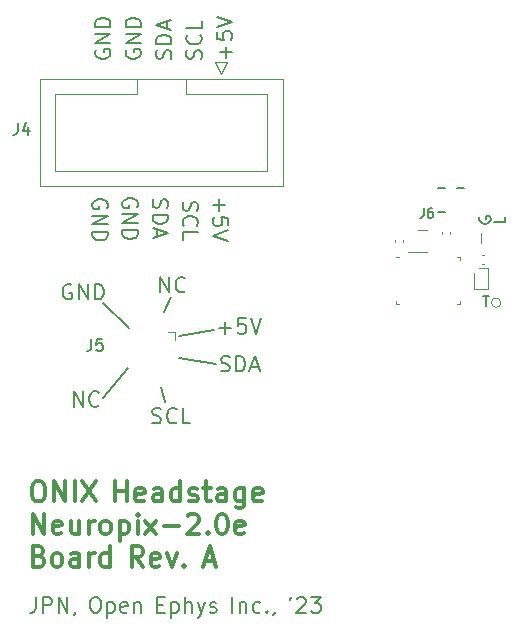
<source format=gbr>
%TF.GenerationSoftware,KiCad,Pcbnew,(7.0.0)*%
%TF.CreationDate,2023-03-15T10:57:15-04:00*%
%TF.ProjectId,headstage-neuropix2e,68656164-7374-4616-9765-2d6e6575726f,A*%
%TF.SameCoordinates,Original*%
%TF.FileFunction,Legend,Top*%
%TF.FilePolarity,Positive*%
%FSLAX46Y46*%
G04 Gerber Fmt 4.6, Leading zero omitted, Abs format (unit mm)*
G04 Created by KiCad (PCBNEW (7.0.0)) date 2023-03-15 10:57:15*
%MOMM*%
%LPD*%
G01*
G04 APERTURE LIST*
%ADD10C,0.150000*%
%ADD11C,0.200000*%
%ADD12C,0.300000*%
%ADD13C,0.120000*%
%ADD14C,0.127000*%
G04 APERTURE END LIST*
D10*
X122500000Y-94440000D02*
X119500000Y-94947500D01*
X113100000Y-100240000D02*
X115200000Y-97640000D01*
X113100000Y-92140000D02*
X115300000Y-94240000D01*
X118000000Y-99240000D02*
X118300000Y-100540000D01*
X118800000Y-91640000D02*
X118200000Y-92940000D01*
X122600000Y-97340000D02*
X119500000Y-96800000D01*
D11*
X119874809Y-83595119D02*
X119812904Y-83780833D01*
X119812904Y-83780833D02*
X119812904Y-84090357D01*
X119812904Y-84090357D02*
X119874809Y-84214166D01*
X119874809Y-84214166D02*
X119936714Y-84276071D01*
X119936714Y-84276071D02*
X120060523Y-84337976D01*
X120060523Y-84337976D02*
X120184333Y-84337976D01*
X120184333Y-84337976D02*
X120308142Y-84276071D01*
X120308142Y-84276071D02*
X120370047Y-84214166D01*
X120370047Y-84214166D02*
X120431952Y-84090357D01*
X120431952Y-84090357D02*
X120493857Y-83842738D01*
X120493857Y-83842738D02*
X120555761Y-83718928D01*
X120555761Y-83718928D02*
X120617666Y-83657023D01*
X120617666Y-83657023D02*
X120741476Y-83595119D01*
X120741476Y-83595119D02*
X120865285Y-83595119D01*
X120865285Y-83595119D02*
X120989095Y-83657023D01*
X120989095Y-83657023D02*
X121051000Y-83718928D01*
X121051000Y-83718928D02*
X121112904Y-83842738D01*
X121112904Y-83842738D02*
X121112904Y-84152261D01*
X121112904Y-84152261D02*
X121051000Y-84337976D01*
X119936714Y-85637975D02*
X119874809Y-85576071D01*
X119874809Y-85576071D02*
X119812904Y-85390356D01*
X119812904Y-85390356D02*
X119812904Y-85266547D01*
X119812904Y-85266547D02*
X119874809Y-85080833D01*
X119874809Y-85080833D02*
X119998619Y-84957023D01*
X119998619Y-84957023D02*
X120122428Y-84895118D01*
X120122428Y-84895118D02*
X120370047Y-84833214D01*
X120370047Y-84833214D02*
X120555761Y-84833214D01*
X120555761Y-84833214D02*
X120803380Y-84895118D01*
X120803380Y-84895118D02*
X120927190Y-84957023D01*
X120927190Y-84957023D02*
X121051000Y-85080833D01*
X121051000Y-85080833D02*
X121112904Y-85266547D01*
X121112904Y-85266547D02*
X121112904Y-85390356D01*
X121112904Y-85390356D02*
X121051000Y-85576071D01*
X121051000Y-85576071D02*
X120989095Y-85637975D01*
X119812904Y-86814166D02*
X119812904Y-86195118D01*
X119812904Y-86195118D02*
X121112904Y-86195118D01*
X107380952Y-117077595D02*
X107380952Y-118006166D01*
X107380952Y-118006166D02*
X107319047Y-118191880D01*
X107319047Y-118191880D02*
X107195238Y-118315690D01*
X107195238Y-118315690D02*
X107009523Y-118377595D01*
X107009523Y-118377595D02*
X106885714Y-118377595D01*
X107999999Y-118377595D02*
X107999999Y-117077595D01*
X107999999Y-117077595D02*
X108495237Y-117077595D01*
X108495237Y-117077595D02*
X108619047Y-117139500D01*
X108619047Y-117139500D02*
X108680952Y-117201404D01*
X108680952Y-117201404D02*
X108742856Y-117325214D01*
X108742856Y-117325214D02*
X108742856Y-117510928D01*
X108742856Y-117510928D02*
X108680952Y-117634738D01*
X108680952Y-117634738D02*
X108619047Y-117696642D01*
X108619047Y-117696642D02*
X108495237Y-117758547D01*
X108495237Y-117758547D02*
X107999999Y-117758547D01*
X109299999Y-118377595D02*
X109299999Y-117077595D01*
X109299999Y-117077595D02*
X110042856Y-118377595D01*
X110042856Y-118377595D02*
X110042856Y-117077595D01*
X110723809Y-118315690D02*
X110723809Y-118377595D01*
X110723809Y-118377595D02*
X110661904Y-118501404D01*
X110661904Y-118501404D02*
X110600000Y-118563309D01*
X112308571Y-117077595D02*
X112556190Y-117077595D01*
X112556190Y-117077595D02*
X112680000Y-117139500D01*
X112680000Y-117139500D02*
X112803809Y-117263309D01*
X112803809Y-117263309D02*
X112865714Y-117510928D01*
X112865714Y-117510928D02*
X112865714Y-117944261D01*
X112865714Y-117944261D02*
X112803809Y-118191880D01*
X112803809Y-118191880D02*
X112680000Y-118315690D01*
X112680000Y-118315690D02*
X112556190Y-118377595D01*
X112556190Y-118377595D02*
X112308571Y-118377595D01*
X112308571Y-118377595D02*
X112184762Y-118315690D01*
X112184762Y-118315690D02*
X112060952Y-118191880D01*
X112060952Y-118191880D02*
X111999048Y-117944261D01*
X111999048Y-117944261D02*
X111999048Y-117510928D01*
X111999048Y-117510928D02*
X112060952Y-117263309D01*
X112060952Y-117263309D02*
X112184762Y-117139500D01*
X112184762Y-117139500D02*
X112308571Y-117077595D01*
X113422857Y-117510928D02*
X113422857Y-118810928D01*
X113422857Y-117572833D02*
X113546667Y-117510928D01*
X113546667Y-117510928D02*
X113794286Y-117510928D01*
X113794286Y-117510928D02*
X113918095Y-117572833D01*
X113918095Y-117572833D02*
X113980000Y-117634738D01*
X113980000Y-117634738D02*
X114041905Y-117758547D01*
X114041905Y-117758547D02*
X114041905Y-118129976D01*
X114041905Y-118129976D02*
X113980000Y-118253785D01*
X113980000Y-118253785D02*
X113918095Y-118315690D01*
X113918095Y-118315690D02*
X113794286Y-118377595D01*
X113794286Y-118377595D02*
X113546667Y-118377595D01*
X113546667Y-118377595D02*
X113422857Y-118315690D01*
X115094285Y-118315690D02*
X114970476Y-118377595D01*
X114970476Y-118377595D02*
X114722857Y-118377595D01*
X114722857Y-118377595D02*
X114599047Y-118315690D01*
X114599047Y-118315690D02*
X114537143Y-118191880D01*
X114537143Y-118191880D02*
X114537143Y-117696642D01*
X114537143Y-117696642D02*
X114599047Y-117572833D01*
X114599047Y-117572833D02*
X114722857Y-117510928D01*
X114722857Y-117510928D02*
X114970476Y-117510928D01*
X114970476Y-117510928D02*
X115094285Y-117572833D01*
X115094285Y-117572833D02*
X115156190Y-117696642D01*
X115156190Y-117696642D02*
X115156190Y-117820452D01*
X115156190Y-117820452D02*
X114537143Y-117944261D01*
X115713333Y-117510928D02*
X115713333Y-118377595D01*
X115713333Y-117634738D02*
X115775238Y-117572833D01*
X115775238Y-117572833D02*
X115899048Y-117510928D01*
X115899048Y-117510928D02*
X116084762Y-117510928D01*
X116084762Y-117510928D02*
X116208571Y-117572833D01*
X116208571Y-117572833D02*
X116270476Y-117696642D01*
X116270476Y-117696642D02*
X116270476Y-118377595D01*
X117669523Y-117696642D02*
X118102857Y-117696642D01*
X118288571Y-118377595D02*
X117669523Y-118377595D01*
X117669523Y-118377595D02*
X117669523Y-117077595D01*
X117669523Y-117077595D02*
X118288571Y-117077595D01*
X118845713Y-117510928D02*
X118845713Y-118810928D01*
X118845713Y-117572833D02*
X118969523Y-117510928D01*
X118969523Y-117510928D02*
X119217142Y-117510928D01*
X119217142Y-117510928D02*
X119340951Y-117572833D01*
X119340951Y-117572833D02*
X119402856Y-117634738D01*
X119402856Y-117634738D02*
X119464761Y-117758547D01*
X119464761Y-117758547D02*
X119464761Y-118129976D01*
X119464761Y-118129976D02*
X119402856Y-118253785D01*
X119402856Y-118253785D02*
X119340951Y-118315690D01*
X119340951Y-118315690D02*
X119217142Y-118377595D01*
X119217142Y-118377595D02*
X118969523Y-118377595D01*
X118969523Y-118377595D02*
X118845713Y-118315690D01*
X120021903Y-118377595D02*
X120021903Y-117077595D01*
X120579046Y-118377595D02*
X120579046Y-117696642D01*
X120579046Y-117696642D02*
X120517141Y-117572833D01*
X120517141Y-117572833D02*
X120393332Y-117510928D01*
X120393332Y-117510928D02*
X120207618Y-117510928D01*
X120207618Y-117510928D02*
X120083808Y-117572833D01*
X120083808Y-117572833D02*
X120021903Y-117634738D01*
X121074284Y-117510928D02*
X121383808Y-118377595D01*
X121693331Y-117510928D02*
X121383808Y-118377595D01*
X121383808Y-118377595D02*
X121259998Y-118687119D01*
X121259998Y-118687119D02*
X121198093Y-118749023D01*
X121198093Y-118749023D02*
X121074284Y-118810928D01*
X122126665Y-118315690D02*
X122250474Y-118377595D01*
X122250474Y-118377595D02*
X122498093Y-118377595D01*
X122498093Y-118377595D02*
X122621903Y-118315690D01*
X122621903Y-118315690D02*
X122683807Y-118191880D01*
X122683807Y-118191880D02*
X122683807Y-118129976D01*
X122683807Y-118129976D02*
X122621903Y-118006166D01*
X122621903Y-118006166D02*
X122498093Y-117944261D01*
X122498093Y-117944261D02*
X122312379Y-117944261D01*
X122312379Y-117944261D02*
X122188569Y-117882357D01*
X122188569Y-117882357D02*
X122126665Y-117758547D01*
X122126665Y-117758547D02*
X122126665Y-117696642D01*
X122126665Y-117696642D02*
X122188569Y-117572833D01*
X122188569Y-117572833D02*
X122312379Y-117510928D01*
X122312379Y-117510928D02*
X122498093Y-117510928D01*
X122498093Y-117510928D02*
X122621903Y-117572833D01*
X124020950Y-118377595D02*
X124020950Y-117077595D01*
X124639998Y-117510928D02*
X124639998Y-118377595D01*
X124639998Y-117634738D02*
X124701903Y-117572833D01*
X124701903Y-117572833D02*
X124825713Y-117510928D01*
X124825713Y-117510928D02*
X125011427Y-117510928D01*
X125011427Y-117510928D02*
X125135236Y-117572833D01*
X125135236Y-117572833D02*
X125197141Y-117696642D01*
X125197141Y-117696642D02*
X125197141Y-118377595D01*
X126373331Y-118315690D02*
X126249522Y-118377595D01*
X126249522Y-118377595D02*
X126001903Y-118377595D01*
X126001903Y-118377595D02*
X125878093Y-118315690D01*
X125878093Y-118315690D02*
X125816188Y-118253785D01*
X125816188Y-118253785D02*
X125754284Y-118129976D01*
X125754284Y-118129976D02*
X125754284Y-117758547D01*
X125754284Y-117758547D02*
X125816188Y-117634738D01*
X125816188Y-117634738D02*
X125878093Y-117572833D01*
X125878093Y-117572833D02*
X126001903Y-117510928D01*
X126001903Y-117510928D02*
X126249522Y-117510928D01*
X126249522Y-117510928D02*
X126373331Y-117572833D01*
X126930474Y-118253785D02*
X126992379Y-118315690D01*
X126992379Y-118315690D02*
X126930474Y-118377595D01*
X126930474Y-118377595D02*
X126868570Y-118315690D01*
X126868570Y-118315690D02*
X126930474Y-118253785D01*
X126930474Y-118253785D02*
X126930474Y-118377595D01*
X127611427Y-118315690D02*
X127611427Y-118377595D01*
X127611427Y-118377595D02*
X127549522Y-118501404D01*
X127549522Y-118501404D02*
X127487618Y-118563309D01*
X129010475Y-117077595D02*
X128886666Y-117325214D01*
X129505714Y-117201404D02*
X129567618Y-117139500D01*
X129567618Y-117139500D02*
X129691428Y-117077595D01*
X129691428Y-117077595D02*
X130000952Y-117077595D01*
X130000952Y-117077595D02*
X130124761Y-117139500D01*
X130124761Y-117139500D02*
X130186666Y-117201404D01*
X130186666Y-117201404D02*
X130248571Y-117325214D01*
X130248571Y-117325214D02*
X130248571Y-117449023D01*
X130248571Y-117449023D02*
X130186666Y-117634738D01*
X130186666Y-117634738D02*
X129443809Y-118377595D01*
X129443809Y-118377595D02*
X130248571Y-118377595D01*
X130681904Y-117077595D02*
X131486666Y-117077595D01*
X131486666Y-117077595D02*
X131053332Y-117572833D01*
X131053332Y-117572833D02*
X131239047Y-117572833D01*
X131239047Y-117572833D02*
X131362856Y-117634738D01*
X131362856Y-117634738D02*
X131424761Y-117696642D01*
X131424761Y-117696642D02*
X131486666Y-117820452D01*
X131486666Y-117820452D02*
X131486666Y-118129976D01*
X131486666Y-118129976D02*
X131424761Y-118253785D01*
X131424761Y-118253785D02*
X131362856Y-118315690D01*
X131362856Y-118315690D02*
X131239047Y-118377595D01*
X131239047Y-118377595D02*
X130867618Y-118377595D01*
X130867618Y-118377595D02*
X130743809Y-118315690D01*
X130743809Y-118315690D02*
X130681904Y-118253785D01*
X112459000Y-70757023D02*
X112397095Y-70880833D01*
X112397095Y-70880833D02*
X112397095Y-71066547D01*
X112397095Y-71066547D02*
X112459000Y-71252261D01*
X112459000Y-71252261D02*
X112582809Y-71376071D01*
X112582809Y-71376071D02*
X112706619Y-71437976D01*
X112706619Y-71437976D02*
X112954238Y-71499880D01*
X112954238Y-71499880D02*
X113139952Y-71499880D01*
X113139952Y-71499880D02*
X113387571Y-71437976D01*
X113387571Y-71437976D02*
X113511380Y-71376071D01*
X113511380Y-71376071D02*
X113635190Y-71252261D01*
X113635190Y-71252261D02*
X113697095Y-71066547D01*
X113697095Y-71066547D02*
X113697095Y-70942738D01*
X113697095Y-70942738D02*
X113635190Y-70757023D01*
X113635190Y-70757023D02*
X113573285Y-70695119D01*
X113573285Y-70695119D02*
X113139952Y-70695119D01*
X113139952Y-70695119D02*
X113139952Y-70942738D01*
X113697095Y-70137976D02*
X112397095Y-70137976D01*
X112397095Y-70137976D02*
X113697095Y-69395119D01*
X113697095Y-69395119D02*
X112397095Y-69395119D01*
X113697095Y-68776071D02*
X112397095Y-68776071D01*
X112397095Y-68776071D02*
X112397095Y-68466547D01*
X112397095Y-68466547D02*
X112459000Y-68280833D01*
X112459000Y-68280833D02*
X112582809Y-68157023D01*
X112582809Y-68157023D02*
X112706619Y-68095118D01*
X112706619Y-68095118D02*
X112954238Y-68033214D01*
X112954238Y-68033214D02*
X113139952Y-68033214D01*
X113139952Y-68033214D02*
X113387571Y-68095118D01*
X113387571Y-68095118D02*
X113511380Y-68157023D01*
X113511380Y-68157023D02*
X113635190Y-68280833D01*
X113635190Y-68280833D02*
X113697095Y-68466547D01*
X113697095Y-68466547D02*
X113697095Y-68776071D01*
D10*
X145276190Y-91605904D02*
X145733333Y-91605904D01*
X145504761Y-92405904D02*
X145504761Y-91605904D01*
D11*
X113401000Y-84137976D02*
X113462904Y-84014166D01*
X113462904Y-84014166D02*
X113462904Y-83828452D01*
X113462904Y-83828452D02*
X113401000Y-83642738D01*
X113401000Y-83642738D02*
X113277190Y-83518928D01*
X113277190Y-83518928D02*
X113153380Y-83457023D01*
X113153380Y-83457023D02*
X112905761Y-83395119D01*
X112905761Y-83395119D02*
X112720047Y-83395119D01*
X112720047Y-83395119D02*
X112472428Y-83457023D01*
X112472428Y-83457023D02*
X112348619Y-83518928D01*
X112348619Y-83518928D02*
X112224809Y-83642738D01*
X112224809Y-83642738D02*
X112162904Y-83828452D01*
X112162904Y-83828452D02*
X112162904Y-83952261D01*
X112162904Y-83952261D02*
X112224809Y-84137976D01*
X112224809Y-84137976D02*
X112286714Y-84199880D01*
X112286714Y-84199880D02*
X112720047Y-84199880D01*
X112720047Y-84199880D02*
X112720047Y-83952261D01*
X112162904Y-84757023D02*
X113462904Y-84757023D01*
X113462904Y-84757023D02*
X112162904Y-85499880D01*
X112162904Y-85499880D02*
X113462904Y-85499880D01*
X112162904Y-86118928D02*
X113462904Y-86118928D01*
X113462904Y-86118928D02*
X113462904Y-86428452D01*
X113462904Y-86428452D02*
X113401000Y-86614166D01*
X113401000Y-86614166D02*
X113277190Y-86737976D01*
X113277190Y-86737976D02*
X113153380Y-86799881D01*
X113153380Y-86799881D02*
X112905761Y-86861785D01*
X112905761Y-86861785D02*
X112720047Y-86861785D01*
X112720047Y-86861785D02*
X112472428Y-86799881D01*
X112472428Y-86799881D02*
X112348619Y-86737976D01*
X112348619Y-86737976D02*
X112224809Y-86614166D01*
X112224809Y-86614166D02*
X112162904Y-86428452D01*
X112162904Y-86428452D02*
X112162904Y-86118928D01*
X115034000Y-70757023D02*
X114972095Y-70880833D01*
X114972095Y-70880833D02*
X114972095Y-71066547D01*
X114972095Y-71066547D02*
X115034000Y-71252261D01*
X115034000Y-71252261D02*
X115157809Y-71376071D01*
X115157809Y-71376071D02*
X115281619Y-71437976D01*
X115281619Y-71437976D02*
X115529238Y-71499880D01*
X115529238Y-71499880D02*
X115714952Y-71499880D01*
X115714952Y-71499880D02*
X115962571Y-71437976D01*
X115962571Y-71437976D02*
X116086380Y-71376071D01*
X116086380Y-71376071D02*
X116210190Y-71252261D01*
X116210190Y-71252261D02*
X116272095Y-71066547D01*
X116272095Y-71066547D02*
X116272095Y-70942738D01*
X116272095Y-70942738D02*
X116210190Y-70757023D01*
X116210190Y-70757023D02*
X116148285Y-70695119D01*
X116148285Y-70695119D02*
X115714952Y-70695119D01*
X115714952Y-70695119D02*
X115714952Y-70942738D01*
X116272095Y-70137976D02*
X114972095Y-70137976D01*
X114972095Y-70137976D02*
X116272095Y-69395119D01*
X116272095Y-69395119D02*
X114972095Y-69395119D01*
X116272095Y-68776071D02*
X114972095Y-68776071D01*
X114972095Y-68776071D02*
X114972095Y-68466547D01*
X114972095Y-68466547D02*
X115034000Y-68280833D01*
X115034000Y-68280833D02*
X115157809Y-68157023D01*
X115157809Y-68157023D02*
X115281619Y-68095118D01*
X115281619Y-68095118D02*
X115529238Y-68033214D01*
X115529238Y-68033214D02*
X115714952Y-68033214D01*
X115714952Y-68033214D02*
X115962571Y-68095118D01*
X115962571Y-68095118D02*
X116086380Y-68157023D01*
X116086380Y-68157023D02*
X116210190Y-68280833D01*
X116210190Y-68280833D02*
X116272095Y-68466547D01*
X116272095Y-68466547D02*
X116272095Y-68776071D01*
X122909523Y-94261857D02*
X123900000Y-94261857D01*
X123404761Y-94757095D02*
X123404761Y-93766619D01*
X125138095Y-93457095D02*
X124519047Y-93457095D01*
X124519047Y-93457095D02*
X124457143Y-94076142D01*
X124457143Y-94076142D02*
X124519047Y-94014238D01*
X124519047Y-94014238D02*
X124642857Y-93952333D01*
X124642857Y-93952333D02*
X124952381Y-93952333D01*
X124952381Y-93952333D02*
X125076190Y-94014238D01*
X125076190Y-94014238D02*
X125138095Y-94076142D01*
X125138095Y-94076142D02*
X125200000Y-94199952D01*
X125200000Y-94199952D02*
X125200000Y-94509476D01*
X125200000Y-94509476D02*
X125138095Y-94633285D01*
X125138095Y-94633285D02*
X125076190Y-94695190D01*
X125076190Y-94695190D02*
X124952381Y-94757095D01*
X124952381Y-94757095D02*
X124642857Y-94757095D01*
X124642857Y-94757095D02*
X124519047Y-94695190D01*
X124519047Y-94695190D02*
X124457143Y-94633285D01*
X125571428Y-93457095D02*
X126004761Y-94757095D01*
X126004761Y-94757095D02*
X126438095Y-93457095D01*
X110609523Y-100957095D02*
X110609523Y-99657095D01*
X110609523Y-99657095D02*
X111352380Y-100957095D01*
X111352380Y-100957095D02*
X111352380Y-99657095D01*
X112714285Y-100833285D02*
X112652381Y-100895190D01*
X112652381Y-100895190D02*
X112466666Y-100957095D01*
X112466666Y-100957095D02*
X112342857Y-100957095D01*
X112342857Y-100957095D02*
X112157143Y-100895190D01*
X112157143Y-100895190D02*
X112033333Y-100771380D01*
X112033333Y-100771380D02*
X111971428Y-100647571D01*
X111971428Y-100647571D02*
X111909524Y-100399952D01*
X111909524Y-100399952D02*
X111909524Y-100214238D01*
X111909524Y-100214238D02*
X111971428Y-99966619D01*
X111971428Y-99966619D02*
X112033333Y-99842809D01*
X112033333Y-99842809D02*
X112157143Y-99719000D01*
X112157143Y-99719000D02*
X112342857Y-99657095D01*
X112342857Y-99657095D02*
X112466666Y-99657095D01*
X112466666Y-99657095D02*
X112652381Y-99719000D01*
X112652381Y-99719000D02*
X112714285Y-99780904D01*
X144955000Y-84868095D02*
X144907380Y-84963333D01*
X144907380Y-84963333D02*
X144907380Y-85106190D01*
X144907380Y-85106190D02*
X144955000Y-85249047D01*
X144955000Y-85249047D02*
X145050238Y-85344285D01*
X145050238Y-85344285D02*
X145145476Y-85391904D01*
X145145476Y-85391904D02*
X145335952Y-85439523D01*
X145335952Y-85439523D02*
X145478809Y-85439523D01*
X145478809Y-85439523D02*
X145669285Y-85391904D01*
X145669285Y-85391904D02*
X145764523Y-85344285D01*
X145764523Y-85344285D02*
X145859761Y-85249047D01*
X145859761Y-85249047D02*
X145907380Y-85106190D01*
X145907380Y-85106190D02*
X145907380Y-85010952D01*
X145907380Y-85010952D02*
X145859761Y-84868095D01*
X145859761Y-84868095D02*
X145812142Y-84820476D01*
X145812142Y-84820476D02*
X145478809Y-84820476D01*
X145478809Y-84820476D02*
X145478809Y-85010952D01*
D12*
X107428571Y-107270548D02*
X107752380Y-107270548D01*
X107752380Y-107270548D02*
X107914285Y-107351501D01*
X107914285Y-107351501D02*
X108076190Y-107513405D01*
X108076190Y-107513405D02*
X108157142Y-107837215D01*
X108157142Y-107837215D02*
X108157142Y-108403881D01*
X108157142Y-108403881D02*
X108076190Y-108727691D01*
X108076190Y-108727691D02*
X107914285Y-108889596D01*
X107914285Y-108889596D02*
X107752380Y-108970548D01*
X107752380Y-108970548D02*
X107428571Y-108970548D01*
X107428571Y-108970548D02*
X107266666Y-108889596D01*
X107266666Y-108889596D02*
X107104761Y-108727691D01*
X107104761Y-108727691D02*
X107023809Y-108403881D01*
X107023809Y-108403881D02*
X107023809Y-107837215D01*
X107023809Y-107837215D02*
X107104761Y-107513405D01*
X107104761Y-107513405D02*
X107266666Y-107351501D01*
X107266666Y-107351501D02*
X107428571Y-107270548D01*
X108885713Y-108970548D02*
X108885713Y-107270548D01*
X108885713Y-107270548D02*
X109857142Y-108970548D01*
X109857142Y-108970548D02*
X109857142Y-107270548D01*
X110666665Y-108970548D02*
X110666665Y-107270548D01*
X111314285Y-107270548D02*
X112447618Y-108970548D01*
X112447618Y-107270548D02*
X111314285Y-108970548D01*
X114115237Y-108970548D02*
X114115237Y-107270548D01*
X114115237Y-108080072D02*
X115086666Y-108080072D01*
X115086666Y-108970548D02*
X115086666Y-107270548D01*
X116543808Y-108889596D02*
X116381904Y-108970548D01*
X116381904Y-108970548D02*
X116058094Y-108970548D01*
X116058094Y-108970548D02*
X115896189Y-108889596D01*
X115896189Y-108889596D02*
X115815237Y-108727691D01*
X115815237Y-108727691D02*
X115815237Y-108080072D01*
X115815237Y-108080072D02*
X115896189Y-107918167D01*
X115896189Y-107918167D02*
X116058094Y-107837215D01*
X116058094Y-107837215D02*
X116381904Y-107837215D01*
X116381904Y-107837215D02*
X116543808Y-107918167D01*
X116543808Y-107918167D02*
X116624761Y-108080072D01*
X116624761Y-108080072D02*
X116624761Y-108241977D01*
X116624761Y-108241977D02*
X115815237Y-108403881D01*
X118081904Y-108970548D02*
X118081904Y-108080072D01*
X118081904Y-108080072D02*
X118000951Y-107918167D01*
X118000951Y-107918167D02*
X117839047Y-107837215D01*
X117839047Y-107837215D02*
X117515237Y-107837215D01*
X117515237Y-107837215D02*
X117353332Y-107918167D01*
X118081904Y-108889596D02*
X117919999Y-108970548D01*
X117919999Y-108970548D02*
X117515237Y-108970548D01*
X117515237Y-108970548D02*
X117353332Y-108889596D01*
X117353332Y-108889596D02*
X117272380Y-108727691D01*
X117272380Y-108727691D02*
X117272380Y-108565786D01*
X117272380Y-108565786D02*
X117353332Y-108403881D01*
X117353332Y-108403881D02*
X117515237Y-108322929D01*
X117515237Y-108322929D02*
X117919999Y-108322929D01*
X117919999Y-108322929D02*
X118081904Y-108241977D01*
X119619999Y-108970548D02*
X119619999Y-107270548D01*
X119619999Y-108889596D02*
X119458094Y-108970548D01*
X119458094Y-108970548D02*
X119134285Y-108970548D01*
X119134285Y-108970548D02*
X118972380Y-108889596D01*
X118972380Y-108889596D02*
X118891427Y-108808643D01*
X118891427Y-108808643D02*
X118810475Y-108646739D01*
X118810475Y-108646739D02*
X118810475Y-108161024D01*
X118810475Y-108161024D02*
X118891427Y-107999120D01*
X118891427Y-107999120D02*
X118972380Y-107918167D01*
X118972380Y-107918167D02*
X119134285Y-107837215D01*
X119134285Y-107837215D02*
X119458094Y-107837215D01*
X119458094Y-107837215D02*
X119619999Y-107918167D01*
X120348570Y-108889596D02*
X120510475Y-108970548D01*
X120510475Y-108970548D02*
X120834284Y-108970548D01*
X120834284Y-108970548D02*
X120996189Y-108889596D01*
X120996189Y-108889596D02*
X121077141Y-108727691D01*
X121077141Y-108727691D02*
X121077141Y-108646739D01*
X121077141Y-108646739D02*
X120996189Y-108484834D01*
X120996189Y-108484834D02*
X120834284Y-108403881D01*
X120834284Y-108403881D02*
X120591427Y-108403881D01*
X120591427Y-108403881D02*
X120429522Y-108322929D01*
X120429522Y-108322929D02*
X120348570Y-108161024D01*
X120348570Y-108161024D02*
X120348570Y-108080072D01*
X120348570Y-108080072D02*
X120429522Y-107918167D01*
X120429522Y-107918167D02*
X120591427Y-107837215D01*
X120591427Y-107837215D02*
X120834284Y-107837215D01*
X120834284Y-107837215D02*
X120996189Y-107918167D01*
X121562855Y-107837215D02*
X122210474Y-107837215D01*
X121805712Y-107270548D02*
X121805712Y-108727691D01*
X121805712Y-108727691D02*
X121886665Y-108889596D01*
X121886665Y-108889596D02*
X122048570Y-108970548D01*
X122048570Y-108970548D02*
X122210474Y-108970548D01*
X123505713Y-108970548D02*
X123505713Y-108080072D01*
X123505713Y-108080072D02*
X123424760Y-107918167D01*
X123424760Y-107918167D02*
X123262856Y-107837215D01*
X123262856Y-107837215D02*
X122939046Y-107837215D01*
X122939046Y-107837215D02*
X122777141Y-107918167D01*
X123505713Y-108889596D02*
X123343808Y-108970548D01*
X123343808Y-108970548D02*
X122939046Y-108970548D01*
X122939046Y-108970548D02*
X122777141Y-108889596D01*
X122777141Y-108889596D02*
X122696189Y-108727691D01*
X122696189Y-108727691D02*
X122696189Y-108565786D01*
X122696189Y-108565786D02*
X122777141Y-108403881D01*
X122777141Y-108403881D02*
X122939046Y-108322929D01*
X122939046Y-108322929D02*
X123343808Y-108322929D01*
X123343808Y-108322929D02*
X123505713Y-108241977D01*
X125043808Y-107837215D02*
X125043808Y-109213405D01*
X125043808Y-109213405D02*
X124962855Y-109375310D01*
X124962855Y-109375310D02*
X124881903Y-109456262D01*
X124881903Y-109456262D02*
X124719998Y-109537215D01*
X124719998Y-109537215D02*
X124477141Y-109537215D01*
X124477141Y-109537215D02*
X124315236Y-109456262D01*
X125043808Y-108889596D02*
X124881903Y-108970548D01*
X124881903Y-108970548D02*
X124558094Y-108970548D01*
X124558094Y-108970548D02*
X124396189Y-108889596D01*
X124396189Y-108889596D02*
X124315236Y-108808643D01*
X124315236Y-108808643D02*
X124234284Y-108646739D01*
X124234284Y-108646739D02*
X124234284Y-108161024D01*
X124234284Y-108161024D02*
X124315236Y-107999120D01*
X124315236Y-107999120D02*
X124396189Y-107918167D01*
X124396189Y-107918167D02*
X124558094Y-107837215D01*
X124558094Y-107837215D02*
X124881903Y-107837215D01*
X124881903Y-107837215D02*
X125043808Y-107918167D01*
X126500950Y-108889596D02*
X126339046Y-108970548D01*
X126339046Y-108970548D02*
X126015236Y-108970548D01*
X126015236Y-108970548D02*
X125853331Y-108889596D01*
X125853331Y-108889596D02*
X125772379Y-108727691D01*
X125772379Y-108727691D02*
X125772379Y-108080072D01*
X125772379Y-108080072D02*
X125853331Y-107918167D01*
X125853331Y-107918167D02*
X126015236Y-107837215D01*
X126015236Y-107837215D02*
X126339046Y-107837215D01*
X126339046Y-107837215D02*
X126500950Y-107918167D01*
X126500950Y-107918167D02*
X126581903Y-108080072D01*
X126581903Y-108080072D02*
X126581903Y-108241977D01*
X126581903Y-108241977D02*
X125772379Y-108403881D01*
X107104761Y-111724548D02*
X107104761Y-110024548D01*
X107104761Y-110024548D02*
X108076190Y-111724548D01*
X108076190Y-111724548D02*
X108076190Y-110024548D01*
X109533332Y-111643596D02*
X109371428Y-111724548D01*
X109371428Y-111724548D02*
X109047618Y-111724548D01*
X109047618Y-111724548D02*
X108885713Y-111643596D01*
X108885713Y-111643596D02*
X108804761Y-111481691D01*
X108804761Y-111481691D02*
X108804761Y-110834072D01*
X108804761Y-110834072D02*
X108885713Y-110672167D01*
X108885713Y-110672167D02*
X109047618Y-110591215D01*
X109047618Y-110591215D02*
X109371428Y-110591215D01*
X109371428Y-110591215D02*
X109533332Y-110672167D01*
X109533332Y-110672167D02*
X109614285Y-110834072D01*
X109614285Y-110834072D02*
X109614285Y-110995977D01*
X109614285Y-110995977D02*
X108804761Y-111157881D01*
X111071428Y-110591215D02*
X111071428Y-111724548D01*
X110342856Y-110591215D02*
X110342856Y-111481691D01*
X110342856Y-111481691D02*
X110423809Y-111643596D01*
X110423809Y-111643596D02*
X110585714Y-111724548D01*
X110585714Y-111724548D02*
X110828571Y-111724548D01*
X110828571Y-111724548D02*
X110990475Y-111643596D01*
X110990475Y-111643596D02*
X111071428Y-111562643D01*
X111880951Y-111724548D02*
X111880951Y-110591215D01*
X111880951Y-110915024D02*
X111961904Y-110753120D01*
X111961904Y-110753120D02*
X112042856Y-110672167D01*
X112042856Y-110672167D02*
X112204761Y-110591215D01*
X112204761Y-110591215D02*
X112366666Y-110591215D01*
X113176190Y-111724548D02*
X113014285Y-111643596D01*
X113014285Y-111643596D02*
X112933332Y-111562643D01*
X112933332Y-111562643D02*
X112852380Y-111400739D01*
X112852380Y-111400739D02*
X112852380Y-110915024D01*
X112852380Y-110915024D02*
X112933332Y-110753120D01*
X112933332Y-110753120D02*
X113014285Y-110672167D01*
X113014285Y-110672167D02*
X113176190Y-110591215D01*
X113176190Y-110591215D02*
X113419047Y-110591215D01*
X113419047Y-110591215D02*
X113580951Y-110672167D01*
X113580951Y-110672167D02*
X113661904Y-110753120D01*
X113661904Y-110753120D02*
X113742856Y-110915024D01*
X113742856Y-110915024D02*
X113742856Y-111400739D01*
X113742856Y-111400739D02*
X113661904Y-111562643D01*
X113661904Y-111562643D02*
X113580951Y-111643596D01*
X113580951Y-111643596D02*
X113419047Y-111724548D01*
X113419047Y-111724548D02*
X113176190Y-111724548D01*
X114471427Y-110591215D02*
X114471427Y-112291215D01*
X114471427Y-110672167D02*
X114633332Y-110591215D01*
X114633332Y-110591215D02*
X114957142Y-110591215D01*
X114957142Y-110591215D02*
X115119046Y-110672167D01*
X115119046Y-110672167D02*
X115199999Y-110753120D01*
X115199999Y-110753120D02*
X115280951Y-110915024D01*
X115280951Y-110915024D02*
X115280951Y-111400739D01*
X115280951Y-111400739D02*
X115199999Y-111562643D01*
X115199999Y-111562643D02*
X115119046Y-111643596D01*
X115119046Y-111643596D02*
X114957142Y-111724548D01*
X114957142Y-111724548D02*
X114633332Y-111724548D01*
X114633332Y-111724548D02*
X114471427Y-111643596D01*
X116009522Y-111724548D02*
X116009522Y-110591215D01*
X116009522Y-110024548D02*
X115928570Y-110105501D01*
X115928570Y-110105501D02*
X116009522Y-110186453D01*
X116009522Y-110186453D02*
X116090475Y-110105501D01*
X116090475Y-110105501D02*
X116009522Y-110024548D01*
X116009522Y-110024548D02*
X116009522Y-110186453D01*
X116657142Y-111724548D02*
X117547618Y-110591215D01*
X116657142Y-110591215D02*
X117547618Y-111724548D01*
X118195236Y-111076929D02*
X119490475Y-111076929D01*
X120219046Y-110186453D02*
X120299998Y-110105501D01*
X120299998Y-110105501D02*
X120461903Y-110024548D01*
X120461903Y-110024548D02*
X120866665Y-110024548D01*
X120866665Y-110024548D02*
X121028570Y-110105501D01*
X121028570Y-110105501D02*
X121109522Y-110186453D01*
X121109522Y-110186453D02*
X121190475Y-110348358D01*
X121190475Y-110348358D02*
X121190475Y-110510262D01*
X121190475Y-110510262D02*
X121109522Y-110753120D01*
X121109522Y-110753120D02*
X120138094Y-111724548D01*
X120138094Y-111724548D02*
X121190475Y-111724548D01*
X121919046Y-111562643D02*
X121999999Y-111643596D01*
X121999999Y-111643596D02*
X121919046Y-111724548D01*
X121919046Y-111724548D02*
X121838094Y-111643596D01*
X121838094Y-111643596D02*
X121919046Y-111562643D01*
X121919046Y-111562643D02*
X121919046Y-111724548D01*
X123052380Y-110024548D02*
X123214285Y-110024548D01*
X123214285Y-110024548D02*
X123376189Y-110105501D01*
X123376189Y-110105501D02*
X123457142Y-110186453D01*
X123457142Y-110186453D02*
X123538094Y-110348358D01*
X123538094Y-110348358D02*
X123619047Y-110672167D01*
X123619047Y-110672167D02*
X123619047Y-111076929D01*
X123619047Y-111076929D02*
X123538094Y-111400739D01*
X123538094Y-111400739D02*
X123457142Y-111562643D01*
X123457142Y-111562643D02*
X123376189Y-111643596D01*
X123376189Y-111643596D02*
X123214285Y-111724548D01*
X123214285Y-111724548D02*
X123052380Y-111724548D01*
X123052380Y-111724548D02*
X122890475Y-111643596D01*
X122890475Y-111643596D02*
X122809523Y-111562643D01*
X122809523Y-111562643D02*
X122728570Y-111400739D01*
X122728570Y-111400739D02*
X122647618Y-111076929D01*
X122647618Y-111076929D02*
X122647618Y-110672167D01*
X122647618Y-110672167D02*
X122728570Y-110348358D01*
X122728570Y-110348358D02*
X122809523Y-110186453D01*
X122809523Y-110186453D02*
X122890475Y-110105501D01*
X122890475Y-110105501D02*
X123052380Y-110024548D01*
X124995237Y-111643596D02*
X124833333Y-111724548D01*
X124833333Y-111724548D02*
X124509523Y-111724548D01*
X124509523Y-111724548D02*
X124347618Y-111643596D01*
X124347618Y-111643596D02*
X124266666Y-111481691D01*
X124266666Y-111481691D02*
X124266666Y-110834072D01*
X124266666Y-110834072D02*
X124347618Y-110672167D01*
X124347618Y-110672167D02*
X124509523Y-110591215D01*
X124509523Y-110591215D02*
X124833333Y-110591215D01*
X124833333Y-110591215D02*
X124995237Y-110672167D01*
X124995237Y-110672167D02*
X125076190Y-110834072D01*
X125076190Y-110834072D02*
X125076190Y-110995977D01*
X125076190Y-110995977D02*
X124266666Y-111157881D01*
X107671428Y-113588072D02*
X107914285Y-113669024D01*
X107914285Y-113669024D02*
X107995238Y-113749977D01*
X107995238Y-113749977D02*
X108076190Y-113911881D01*
X108076190Y-113911881D02*
X108076190Y-114154739D01*
X108076190Y-114154739D02*
X107995238Y-114316643D01*
X107995238Y-114316643D02*
X107914285Y-114397596D01*
X107914285Y-114397596D02*
X107752380Y-114478548D01*
X107752380Y-114478548D02*
X107104761Y-114478548D01*
X107104761Y-114478548D02*
X107104761Y-112778548D01*
X107104761Y-112778548D02*
X107671428Y-112778548D01*
X107671428Y-112778548D02*
X107833333Y-112859501D01*
X107833333Y-112859501D02*
X107914285Y-112940453D01*
X107914285Y-112940453D02*
X107995238Y-113102358D01*
X107995238Y-113102358D02*
X107995238Y-113264262D01*
X107995238Y-113264262D02*
X107914285Y-113426167D01*
X107914285Y-113426167D02*
X107833333Y-113507120D01*
X107833333Y-113507120D02*
X107671428Y-113588072D01*
X107671428Y-113588072D02*
X107104761Y-113588072D01*
X109047619Y-114478548D02*
X108885714Y-114397596D01*
X108885714Y-114397596D02*
X108804761Y-114316643D01*
X108804761Y-114316643D02*
X108723809Y-114154739D01*
X108723809Y-114154739D02*
X108723809Y-113669024D01*
X108723809Y-113669024D02*
X108804761Y-113507120D01*
X108804761Y-113507120D02*
X108885714Y-113426167D01*
X108885714Y-113426167D02*
X109047619Y-113345215D01*
X109047619Y-113345215D02*
X109290476Y-113345215D01*
X109290476Y-113345215D02*
X109452380Y-113426167D01*
X109452380Y-113426167D02*
X109533333Y-113507120D01*
X109533333Y-113507120D02*
X109614285Y-113669024D01*
X109614285Y-113669024D02*
X109614285Y-114154739D01*
X109614285Y-114154739D02*
X109533333Y-114316643D01*
X109533333Y-114316643D02*
X109452380Y-114397596D01*
X109452380Y-114397596D02*
X109290476Y-114478548D01*
X109290476Y-114478548D02*
X109047619Y-114478548D01*
X111071428Y-114478548D02*
X111071428Y-113588072D01*
X111071428Y-113588072D02*
X110990475Y-113426167D01*
X110990475Y-113426167D02*
X110828571Y-113345215D01*
X110828571Y-113345215D02*
X110504761Y-113345215D01*
X110504761Y-113345215D02*
X110342856Y-113426167D01*
X111071428Y-114397596D02*
X110909523Y-114478548D01*
X110909523Y-114478548D02*
X110504761Y-114478548D01*
X110504761Y-114478548D02*
X110342856Y-114397596D01*
X110342856Y-114397596D02*
X110261904Y-114235691D01*
X110261904Y-114235691D02*
X110261904Y-114073786D01*
X110261904Y-114073786D02*
X110342856Y-113911881D01*
X110342856Y-113911881D02*
X110504761Y-113830929D01*
X110504761Y-113830929D02*
X110909523Y-113830929D01*
X110909523Y-113830929D02*
X111071428Y-113749977D01*
X111880951Y-114478548D02*
X111880951Y-113345215D01*
X111880951Y-113669024D02*
X111961904Y-113507120D01*
X111961904Y-113507120D02*
X112042856Y-113426167D01*
X112042856Y-113426167D02*
X112204761Y-113345215D01*
X112204761Y-113345215D02*
X112366666Y-113345215D01*
X113661904Y-114478548D02*
X113661904Y-112778548D01*
X113661904Y-114397596D02*
X113499999Y-114478548D01*
X113499999Y-114478548D02*
X113176190Y-114478548D01*
X113176190Y-114478548D02*
X113014285Y-114397596D01*
X113014285Y-114397596D02*
X112933332Y-114316643D01*
X112933332Y-114316643D02*
X112852380Y-114154739D01*
X112852380Y-114154739D02*
X112852380Y-113669024D01*
X112852380Y-113669024D02*
X112933332Y-113507120D01*
X112933332Y-113507120D02*
X113014285Y-113426167D01*
X113014285Y-113426167D02*
X113176190Y-113345215D01*
X113176190Y-113345215D02*
X113499999Y-113345215D01*
X113499999Y-113345215D02*
X113661904Y-113426167D01*
X116462856Y-114478548D02*
X115896189Y-113669024D01*
X115491427Y-114478548D02*
X115491427Y-112778548D01*
X115491427Y-112778548D02*
X116139046Y-112778548D01*
X116139046Y-112778548D02*
X116300951Y-112859501D01*
X116300951Y-112859501D02*
X116381904Y-112940453D01*
X116381904Y-112940453D02*
X116462856Y-113102358D01*
X116462856Y-113102358D02*
X116462856Y-113345215D01*
X116462856Y-113345215D02*
X116381904Y-113507120D01*
X116381904Y-113507120D02*
X116300951Y-113588072D01*
X116300951Y-113588072D02*
X116139046Y-113669024D01*
X116139046Y-113669024D02*
X115491427Y-113669024D01*
X117839046Y-114397596D02*
X117677142Y-114478548D01*
X117677142Y-114478548D02*
X117353332Y-114478548D01*
X117353332Y-114478548D02*
X117191427Y-114397596D01*
X117191427Y-114397596D02*
X117110475Y-114235691D01*
X117110475Y-114235691D02*
X117110475Y-113588072D01*
X117110475Y-113588072D02*
X117191427Y-113426167D01*
X117191427Y-113426167D02*
X117353332Y-113345215D01*
X117353332Y-113345215D02*
X117677142Y-113345215D01*
X117677142Y-113345215D02*
X117839046Y-113426167D01*
X117839046Y-113426167D02*
X117919999Y-113588072D01*
X117919999Y-113588072D02*
X117919999Y-113749977D01*
X117919999Y-113749977D02*
X117110475Y-113911881D01*
X118486666Y-113345215D02*
X118891428Y-114478548D01*
X118891428Y-114478548D02*
X119296189Y-113345215D01*
X119943808Y-114316643D02*
X120024761Y-114397596D01*
X120024761Y-114397596D02*
X119943808Y-114478548D01*
X119943808Y-114478548D02*
X119862856Y-114397596D01*
X119862856Y-114397596D02*
X119943808Y-114316643D01*
X119943808Y-114316643D02*
X119943808Y-114478548D01*
X121692380Y-113992834D02*
X122501904Y-113992834D01*
X121530475Y-114478548D02*
X122097142Y-112778548D01*
X122097142Y-112778548D02*
X122663809Y-114478548D01*
D11*
X117247619Y-102295190D02*
X117433333Y-102357095D01*
X117433333Y-102357095D02*
X117742857Y-102357095D01*
X117742857Y-102357095D02*
X117866666Y-102295190D01*
X117866666Y-102295190D02*
X117928571Y-102233285D01*
X117928571Y-102233285D02*
X117990476Y-102109476D01*
X117990476Y-102109476D02*
X117990476Y-101985666D01*
X117990476Y-101985666D02*
X117928571Y-101861857D01*
X117928571Y-101861857D02*
X117866666Y-101799952D01*
X117866666Y-101799952D02*
X117742857Y-101738047D01*
X117742857Y-101738047D02*
X117495238Y-101676142D01*
X117495238Y-101676142D02*
X117371428Y-101614238D01*
X117371428Y-101614238D02*
X117309523Y-101552333D01*
X117309523Y-101552333D02*
X117247619Y-101428523D01*
X117247619Y-101428523D02*
X117247619Y-101304714D01*
X117247619Y-101304714D02*
X117309523Y-101180904D01*
X117309523Y-101180904D02*
X117371428Y-101119000D01*
X117371428Y-101119000D02*
X117495238Y-101057095D01*
X117495238Y-101057095D02*
X117804761Y-101057095D01*
X117804761Y-101057095D02*
X117990476Y-101119000D01*
X119290475Y-102233285D02*
X119228571Y-102295190D01*
X119228571Y-102295190D02*
X119042856Y-102357095D01*
X119042856Y-102357095D02*
X118919047Y-102357095D01*
X118919047Y-102357095D02*
X118733333Y-102295190D01*
X118733333Y-102295190D02*
X118609523Y-102171380D01*
X118609523Y-102171380D02*
X118547618Y-102047571D01*
X118547618Y-102047571D02*
X118485714Y-101799952D01*
X118485714Y-101799952D02*
X118485714Y-101614238D01*
X118485714Y-101614238D02*
X118547618Y-101366619D01*
X118547618Y-101366619D02*
X118609523Y-101242809D01*
X118609523Y-101242809D02*
X118733333Y-101119000D01*
X118733333Y-101119000D02*
X118919047Y-101057095D01*
X118919047Y-101057095D02*
X119042856Y-101057095D01*
X119042856Y-101057095D02*
X119228571Y-101119000D01*
X119228571Y-101119000D02*
X119290475Y-101180904D01*
X120466666Y-102357095D02*
X119847618Y-102357095D01*
X119847618Y-102357095D02*
X119847618Y-101057095D01*
X118785190Y-71499880D02*
X118847095Y-71314166D01*
X118847095Y-71314166D02*
X118847095Y-71004642D01*
X118847095Y-71004642D02*
X118785190Y-70880833D01*
X118785190Y-70880833D02*
X118723285Y-70818928D01*
X118723285Y-70818928D02*
X118599476Y-70757023D01*
X118599476Y-70757023D02*
X118475666Y-70757023D01*
X118475666Y-70757023D02*
X118351857Y-70818928D01*
X118351857Y-70818928D02*
X118289952Y-70880833D01*
X118289952Y-70880833D02*
X118228047Y-71004642D01*
X118228047Y-71004642D02*
X118166142Y-71252261D01*
X118166142Y-71252261D02*
X118104238Y-71376071D01*
X118104238Y-71376071D02*
X118042333Y-71437976D01*
X118042333Y-71437976D02*
X117918523Y-71499880D01*
X117918523Y-71499880D02*
X117794714Y-71499880D01*
X117794714Y-71499880D02*
X117670904Y-71437976D01*
X117670904Y-71437976D02*
X117609000Y-71376071D01*
X117609000Y-71376071D02*
X117547095Y-71252261D01*
X117547095Y-71252261D02*
X117547095Y-70942738D01*
X117547095Y-70942738D02*
X117609000Y-70757023D01*
X118847095Y-70199881D02*
X117547095Y-70199881D01*
X117547095Y-70199881D02*
X117547095Y-69890357D01*
X117547095Y-69890357D02*
X117609000Y-69704643D01*
X117609000Y-69704643D02*
X117732809Y-69580833D01*
X117732809Y-69580833D02*
X117856619Y-69518928D01*
X117856619Y-69518928D02*
X118104238Y-69457024D01*
X118104238Y-69457024D02*
X118289952Y-69457024D01*
X118289952Y-69457024D02*
X118537571Y-69518928D01*
X118537571Y-69518928D02*
X118661380Y-69580833D01*
X118661380Y-69580833D02*
X118785190Y-69704643D01*
X118785190Y-69704643D02*
X118847095Y-69890357D01*
X118847095Y-69890357D02*
X118847095Y-70199881D01*
X118475666Y-68961785D02*
X118475666Y-68342738D01*
X118847095Y-69085595D02*
X117547095Y-68652262D01*
X117547095Y-68652262D02*
X118847095Y-68218928D01*
X123047619Y-97895190D02*
X123233333Y-97957095D01*
X123233333Y-97957095D02*
X123542857Y-97957095D01*
X123542857Y-97957095D02*
X123666666Y-97895190D01*
X123666666Y-97895190D02*
X123728571Y-97833285D01*
X123728571Y-97833285D02*
X123790476Y-97709476D01*
X123790476Y-97709476D02*
X123790476Y-97585666D01*
X123790476Y-97585666D02*
X123728571Y-97461857D01*
X123728571Y-97461857D02*
X123666666Y-97399952D01*
X123666666Y-97399952D02*
X123542857Y-97338047D01*
X123542857Y-97338047D02*
X123295238Y-97276142D01*
X123295238Y-97276142D02*
X123171428Y-97214238D01*
X123171428Y-97214238D02*
X123109523Y-97152333D01*
X123109523Y-97152333D02*
X123047619Y-97028523D01*
X123047619Y-97028523D02*
X123047619Y-96904714D01*
X123047619Y-96904714D02*
X123109523Y-96780904D01*
X123109523Y-96780904D02*
X123171428Y-96719000D01*
X123171428Y-96719000D02*
X123295238Y-96657095D01*
X123295238Y-96657095D02*
X123604761Y-96657095D01*
X123604761Y-96657095D02*
X123790476Y-96719000D01*
X124347618Y-97957095D02*
X124347618Y-96657095D01*
X124347618Y-96657095D02*
X124657142Y-96657095D01*
X124657142Y-96657095D02*
X124842856Y-96719000D01*
X124842856Y-96719000D02*
X124966666Y-96842809D01*
X124966666Y-96842809D02*
X125028571Y-96966619D01*
X125028571Y-96966619D02*
X125090475Y-97214238D01*
X125090475Y-97214238D02*
X125090475Y-97399952D01*
X125090475Y-97399952D02*
X125028571Y-97647571D01*
X125028571Y-97647571D02*
X124966666Y-97771380D01*
X124966666Y-97771380D02*
X124842856Y-97895190D01*
X124842856Y-97895190D02*
X124657142Y-97957095D01*
X124657142Y-97957095D02*
X124347618Y-97957095D01*
X125585714Y-97585666D02*
X126204761Y-97585666D01*
X125461904Y-97957095D02*
X125895237Y-96657095D01*
X125895237Y-96657095D02*
X126328571Y-97957095D01*
X117909523Y-91257095D02*
X117909523Y-89957095D01*
X117909523Y-89957095D02*
X118652380Y-91257095D01*
X118652380Y-91257095D02*
X118652380Y-89957095D01*
X120014285Y-91133285D02*
X119952381Y-91195190D01*
X119952381Y-91195190D02*
X119766666Y-91257095D01*
X119766666Y-91257095D02*
X119642857Y-91257095D01*
X119642857Y-91257095D02*
X119457143Y-91195190D01*
X119457143Y-91195190D02*
X119333333Y-91071380D01*
X119333333Y-91071380D02*
X119271428Y-90947571D01*
X119271428Y-90947571D02*
X119209524Y-90699952D01*
X119209524Y-90699952D02*
X119209524Y-90514238D01*
X119209524Y-90514238D02*
X119271428Y-90266619D01*
X119271428Y-90266619D02*
X119333333Y-90142809D01*
X119333333Y-90142809D02*
X119457143Y-90019000D01*
X119457143Y-90019000D02*
X119642857Y-89957095D01*
X119642857Y-89957095D02*
X119766666Y-89957095D01*
X119766666Y-89957095D02*
X119952381Y-90019000D01*
X119952381Y-90019000D02*
X120014285Y-90080904D01*
X110390476Y-90619000D02*
X110266666Y-90557095D01*
X110266666Y-90557095D02*
X110080952Y-90557095D01*
X110080952Y-90557095D02*
X109895238Y-90619000D01*
X109895238Y-90619000D02*
X109771428Y-90742809D01*
X109771428Y-90742809D02*
X109709523Y-90866619D01*
X109709523Y-90866619D02*
X109647619Y-91114238D01*
X109647619Y-91114238D02*
X109647619Y-91299952D01*
X109647619Y-91299952D02*
X109709523Y-91547571D01*
X109709523Y-91547571D02*
X109771428Y-91671380D01*
X109771428Y-91671380D02*
X109895238Y-91795190D01*
X109895238Y-91795190D02*
X110080952Y-91857095D01*
X110080952Y-91857095D02*
X110204761Y-91857095D01*
X110204761Y-91857095D02*
X110390476Y-91795190D01*
X110390476Y-91795190D02*
X110452380Y-91733285D01*
X110452380Y-91733285D02*
X110452380Y-91299952D01*
X110452380Y-91299952D02*
X110204761Y-91299952D01*
X111009523Y-91857095D02*
X111009523Y-90557095D01*
X111009523Y-90557095D02*
X111752380Y-91857095D01*
X111752380Y-91857095D02*
X111752380Y-90557095D01*
X112371428Y-91857095D02*
X112371428Y-90557095D01*
X112371428Y-90557095D02*
X112680952Y-90557095D01*
X112680952Y-90557095D02*
X112866666Y-90619000D01*
X112866666Y-90619000D02*
X112990476Y-90742809D01*
X112990476Y-90742809D02*
X113052381Y-90866619D01*
X113052381Y-90866619D02*
X113114285Y-91114238D01*
X113114285Y-91114238D02*
X113114285Y-91299952D01*
X113114285Y-91299952D02*
X113052381Y-91547571D01*
X113052381Y-91547571D02*
X112990476Y-91671380D01*
X112990476Y-91671380D02*
X112866666Y-91795190D01*
X112866666Y-91795190D02*
X112680952Y-91857095D01*
X112680952Y-91857095D02*
X112371428Y-91857095D01*
X147137380Y-84855714D02*
X147137380Y-85331904D01*
X147137380Y-85331904D02*
X146137380Y-85331904D01*
X123501857Y-71437976D02*
X123501857Y-70447500D01*
X123997095Y-70942738D02*
X123006619Y-70942738D01*
X122697095Y-69209404D02*
X122697095Y-69828452D01*
X122697095Y-69828452D02*
X123316142Y-69890356D01*
X123316142Y-69890356D02*
X123254238Y-69828452D01*
X123254238Y-69828452D02*
X123192333Y-69704642D01*
X123192333Y-69704642D02*
X123192333Y-69395118D01*
X123192333Y-69395118D02*
X123254238Y-69271309D01*
X123254238Y-69271309D02*
X123316142Y-69209404D01*
X123316142Y-69209404D02*
X123439952Y-69147499D01*
X123439952Y-69147499D02*
X123749476Y-69147499D01*
X123749476Y-69147499D02*
X123873285Y-69209404D01*
X123873285Y-69209404D02*
X123935190Y-69271309D01*
X123935190Y-69271309D02*
X123997095Y-69395118D01*
X123997095Y-69395118D02*
X123997095Y-69704642D01*
X123997095Y-69704642D02*
X123935190Y-69828452D01*
X123935190Y-69828452D02*
X123873285Y-69890356D01*
X122697095Y-68776071D02*
X123997095Y-68342738D01*
X123997095Y-68342738D02*
X122697095Y-67909404D01*
X117324809Y-83395119D02*
X117262904Y-83580833D01*
X117262904Y-83580833D02*
X117262904Y-83890357D01*
X117262904Y-83890357D02*
X117324809Y-84014166D01*
X117324809Y-84014166D02*
X117386714Y-84076071D01*
X117386714Y-84076071D02*
X117510523Y-84137976D01*
X117510523Y-84137976D02*
X117634333Y-84137976D01*
X117634333Y-84137976D02*
X117758142Y-84076071D01*
X117758142Y-84076071D02*
X117820047Y-84014166D01*
X117820047Y-84014166D02*
X117881952Y-83890357D01*
X117881952Y-83890357D02*
X117943857Y-83642738D01*
X117943857Y-83642738D02*
X118005761Y-83518928D01*
X118005761Y-83518928D02*
X118067666Y-83457023D01*
X118067666Y-83457023D02*
X118191476Y-83395119D01*
X118191476Y-83395119D02*
X118315285Y-83395119D01*
X118315285Y-83395119D02*
X118439095Y-83457023D01*
X118439095Y-83457023D02*
X118501000Y-83518928D01*
X118501000Y-83518928D02*
X118562904Y-83642738D01*
X118562904Y-83642738D02*
X118562904Y-83952261D01*
X118562904Y-83952261D02*
X118501000Y-84137976D01*
X117262904Y-84695118D02*
X118562904Y-84695118D01*
X118562904Y-84695118D02*
X118562904Y-85004642D01*
X118562904Y-85004642D02*
X118501000Y-85190356D01*
X118501000Y-85190356D02*
X118377190Y-85314166D01*
X118377190Y-85314166D02*
X118253380Y-85376071D01*
X118253380Y-85376071D02*
X118005761Y-85437975D01*
X118005761Y-85437975D02*
X117820047Y-85437975D01*
X117820047Y-85437975D02*
X117572428Y-85376071D01*
X117572428Y-85376071D02*
X117448619Y-85314166D01*
X117448619Y-85314166D02*
X117324809Y-85190356D01*
X117324809Y-85190356D02*
X117262904Y-85004642D01*
X117262904Y-85004642D02*
X117262904Y-84695118D01*
X117634333Y-85933214D02*
X117634333Y-86552261D01*
X117262904Y-85809404D02*
X118562904Y-86242737D01*
X118562904Y-86242737D02*
X117262904Y-86676071D01*
X115951000Y-84037976D02*
X116012904Y-83914166D01*
X116012904Y-83914166D02*
X116012904Y-83728452D01*
X116012904Y-83728452D02*
X115951000Y-83542738D01*
X115951000Y-83542738D02*
X115827190Y-83418928D01*
X115827190Y-83418928D02*
X115703380Y-83357023D01*
X115703380Y-83357023D02*
X115455761Y-83295119D01*
X115455761Y-83295119D02*
X115270047Y-83295119D01*
X115270047Y-83295119D02*
X115022428Y-83357023D01*
X115022428Y-83357023D02*
X114898619Y-83418928D01*
X114898619Y-83418928D02*
X114774809Y-83542738D01*
X114774809Y-83542738D02*
X114712904Y-83728452D01*
X114712904Y-83728452D02*
X114712904Y-83852261D01*
X114712904Y-83852261D02*
X114774809Y-84037976D01*
X114774809Y-84037976D02*
X114836714Y-84099880D01*
X114836714Y-84099880D02*
X115270047Y-84099880D01*
X115270047Y-84099880D02*
X115270047Y-83852261D01*
X114712904Y-84657023D02*
X116012904Y-84657023D01*
X116012904Y-84657023D02*
X114712904Y-85399880D01*
X114712904Y-85399880D02*
X116012904Y-85399880D01*
X114712904Y-86018928D02*
X116012904Y-86018928D01*
X116012904Y-86018928D02*
X116012904Y-86328452D01*
X116012904Y-86328452D02*
X115951000Y-86514166D01*
X115951000Y-86514166D02*
X115827190Y-86637976D01*
X115827190Y-86637976D02*
X115703380Y-86699881D01*
X115703380Y-86699881D02*
X115455761Y-86761785D01*
X115455761Y-86761785D02*
X115270047Y-86761785D01*
X115270047Y-86761785D02*
X115022428Y-86699881D01*
X115022428Y-86699881D02*
X114898619Y-86637976D01*
X114898619Y-86637976D02*
X114774809Y-86514166D01*
X114774809Y-86514166D02*
X114712904Y-86328452D01*
X114712904Y-86328452D02*
X114712904Y-86018928D01*
X122858142Y-83357023D02*
X122858142Y-84347500D01*
X122362904Y-83852261D02*
X123353380Y-83852261D01*
X123662904Y-85585595D02*
X123662904Y-84966547D01*
X123662904Y-84966547D02*
X123043857Y-84904643D01*
X123043857Y-84904643D02*
X123105761Y-84966547D01*
X123105761Y-84966547D02*
X123167666Y-85090357D01*
X123167666Y-85090357D02*
X123167666Y-85399881D01*
X123167666Y-85399881D02*
X123105761Y-85523690D01*
X123105761Y-85523690D02*
X123043857Y-85585595D01*
X123043857Y-85585595D02*
X122920047Y-85647500D01*
X122920047Y-85647500D02*
X122610523Y-85647500D01*
X122610523Y-85647500D02*
X122486714Y-85585595D01*
X122486714Y-85585595D02*
X122424809Y-85523690D01*
X122424809Y-85523690D02*
X122362904Y-85399881D01*
X122362904Y-85399881D02*
X122362904Y-85090357D01*
X122362904Y-85090357D02*
X122424809Y-84966547D01*
X122424809Y-84966547D02*
X122486714Y-84904643D01*
X123662904Y-86018928D02*
X122362904Y-86452261D01*
X122362904Y-86452261D02*
X123662904Y-86885595D01*
X121360190Y-71499880D02*
X121422095Y-71314166D01*
X121422095Y-71314166D02*
X121422095Y-71004642D01*
X121422095Y-71004642D02*
X121360190Y-70880833D01*
X121360190Y-70880833D02*
X121298285Y-70818928D01*
X121298285Y-70818928D02*
X121174476Y-70757023D01*
X121174476Y-70757023D02*
X121050666Y-70757023D01*
X121050666Y-70757023D02*
X120926857Y-70818928D01*
X120926857Y-70818928D02*
X120864952Y-70880833D01*
X120864952Y-70880833D02*
X120803047Y-71004642D01*
X120803047Y-71004642D02*
X120741142Y-71252261D01*
X120741142Y-71252261D02*
X120679238Y-71376071D01*
X120679238Y-71376071D02*
X120617333Y-71437976D01*
X120617333Y-71437976D02*
X120493523Y-71499880D01*
X120493523Y-71499880D02*
X120369714Y-71499880D01*
X120369714Y-71499880D02*
X120245904Y-71437976D01*
X120245904Y-71437976D02*
X120184000Y-71376071D01*
X120184000Y-71376071D02*
X120122095Y-71252261D01*
X120122095Y-71252261D02*
X120122095Y-70942738D01*
X120122095Y-70942738D02*
X120184000Y-70757023D01*
X121298285Y-69457024D02*
X121360190Y-69518928D01*
X121360190Y-69518928D02*
X121422095Y-69704643D01*
X121422095Y-69704643D02*
X121422095Y-69828452D01*
X121422095Y-69828452D02*
X121360190Y-70014166D01*
X121360190Y-70014166D02*
X121236380Y-70137976D01*
X121236380Y-70137976D02*
X121112571Y-70199881D01*
X121112571Y-70199881D02*
X120864952Y-70261785D01*
X120864952Y-70261785D02*
X120679238Y-70261785D01*
X120679238Y-70261785D02*
X120431619Y-70199881D01*
X120431619Y-70199881D02*
X120307809Y-70137976D01*
X120307809Y-70137976D02*
X120184000Y-70014166D01*
X120184000Y-70014166D02*
X120122095Y-69828452D01*
X120122095Y-69828452D02*
X120122095Y-69704643D01*
X120122095Y-69704643D02*
X120184000Y-69518928D01*
X120184000Y-69518928D02*
X120245904Y-69457024D01*
X121422095Y-68280833D02*
X121422095Y-68899881D01*
X121422095Y-68899881D02*
X120122095Y-68899881D01*
D10*
%TO.C,J5*%
X112066666Y-95207380D02*
X112066666Y-95921666D01*
X112066666Y-95921666D02*
X112019047Y-96064523D01*
X112019047Y-96064523D02*
X111923809Y-96159761D01*
X111923809Y-96159761D02*
X111780952Y-96207380D01*
X111780952Y-96207380D02*
X111685714Y-96207380D01*
X113019047Y-95207380D02*
X112542857Y-95207380D01*
X112542857Y-95207380D02*
X112495238Y-95683571D01*
X112495238Y-95683571D02*
X112542857Y-95635952D01*
X112542857Y-95635952D02*
X112638095Y-95588333D01*
X112638095Y-95588333D02*
X112876190Y-95588333D01*
X112876190Y-95588333D02*
X112971428Y-95635952D01*
X112971428Y-95635952D02*
X113019047Y-95683571D01*
X113019047Y-95683571D02*
X113066666Y-95778809D01*
X113066666Y-95778809D02*
X113066666Y-96016904D01*
X113066666Y-96016904D02*
X113019047Y-96112142D01*
X113019047Y-96112142D02*
X112971428Y-96159761D01*
X112971428Y-96159761D02*
X112876190Y-96207380D01*
X112876190Y-96207380D02*
X112638095Y-96207380D01*
X112638095Y-96207380D02*
X112542857Y-96159761D01*
X112542857Y-96159761D02*
X112495238Y-96112142D01*
%TO.C,J6*%
X140208333Y-84133904D02*
X140208333Y-84705333D01*
X140208333Y-84705333D02*
X140170238Y-84819619D01*
X140170238Y-84819619D02*
X140094047Y-84895809D01*
X140094047Y-84895809D02*
X139979762Y-84933904D01*
X139979762Y-84933904D02*
X139903571Y-84933904D01*
X140932143Y-84133904D02*
X140779762Y-84133904D01*
X140779762Y-84133904D02*
X140703571Y-84172000D01*
X140703571Y-84172000D02*
X140665476Y-84210095D01*
X140665476Y-84210095D02*
X140589286Y-84324380D01*
X140589286Y-84324380D02*
X140551190Y-84476761D01*
X140551190Y-84476761D02*
X140551190Y-84781523D01*
X140551190Y-84781523D02*
X140589286Y-84857714D01*
X140589286Y-84857714D02*
X140627381Y-84895809D01*
X140627381Y-84895809D02*
X140703571Y-84933904D01*
X140703571Y-84933904D02*
X140855952Y-84933904D01*
X140855952Y-84933904D02*
X140932143Y-84895809D01*
X140932143Y-84895809D02*
X140970238Y-84857714D01*
X140970238Y-84857714D02*
X141008333Y-84781523D01*
X141008333Y-84781523D02*
X141008333Y-84591047D01*
X141008333Y-84591047D02*
X140970238Y-84514857D01*
X140970238Y-84514857D02*
X140932143Y-84476761D01*
X140932143Y-84476761D02*
X140855952Y-84438666D01*
X140855952Y-84438666D02*
X140703571Y-84438666D01*
X140703571Y-84438666D02*
X140627381Y-84476761D01*
X140627381Y-84476761D02*
X140589286Y-84514857D01*
X140589286Y-84514857D02*
X140551190Y-84591047D01*
%TO.C,J4*%
X105846666Y-76914880D02*
X105846666Y-77629166D01*
X105846666Y-77629166D02*
X105799047Y-77772023D01*
X105799047Y-77772023D02*
X105703809Y-77867261D01*
X105703809Y-77867261D02*
X105560952Y-77914880D01*
X105560952Y-77914880D02*
X105465714Y-77914880D01*
X106751428Y-77248214D02*
X106751428Y-77914880D01*
X106513333Y-76867261D02*
X106275238Y-77581547D01*
X106275238Y-77581547D02*
X106894285Y-77581547D01*
D13*
%TO.C,J5*%
X118560000Y-94630000D02*
X119195000Y-94630000D01*
X119195000Y-94630000D02*
X119195000Y-95265000D01*
%TO.C,U7*%
X137902500Y-92260000D02*
X137902500Y-92000000D01*
X143322500Y-92260000D02*
X143322500Y-92000000D01*
X137902500Y-88240000D02*
X138162500Y-88240000D01*
X143322500Y-88240000D02*
X143062500Y-88240000D01*
X143322500Y-88240000D02*
X143322500Y-88500000D01*
X143322500Y-92260000D02*
X143062500Y-92260000D01*
X137902500Y-92260000D02*
X138162500Y-92260000D01*
D14*
%TO.C,J1*%
X141425000Y-82400000D02*
X142025000Y-82400000D01*
X142020000Y-84500000D02*
X141430000Y-84500000D01*
X143025000Y-82400000D02*
X143625000Y-82400000D01*
D13*
%TO.C,C15*%
X142485000Y-86357836D02*
X142485000Y-86142164D01*
X141765000Y-86357836D02*
X141765000Y-86142164D01*
%TO.C,U1*%
X138925000Y-87810000D02*
X140525000Y-87810000D01*
X139725000Y-85990000D02*
X140525000Y-85990000D01*
%TO.C,C3*%
X137765000Y-86792164D02*
X137765000Y-87007836D01*
X138485000Y-86792164D02*
X138485000Y-87007836D01*
%TO.C,TP3*%
X146755000Y-92140000D02*
G75*
G03*
X146755000Y-92140000I-400000J0D01*
G01*
%TO.C,C18*%
X145362836Y-88110000D02*
X145147164Y-88110000D01*
X145362836Y-88830000D02*
X145147164Y-88830000D01*
%TO.C,J4*%
X107710000Y-73157500D02*
X128290000Y-73157500D01*
X120050000Y-73157500D02*
X120050000Y-74467500D01*
X126990000Y-80967500D02*
X109010000Y-80967500D01*
X123580000Y-71767500D02*
X122580000Y-71767500D01*
X109010000Y-80967500D02*
X109010000Y-74467500D01*
X115950000Y-74467500D02*
X115950000Y-74467500D01*
X126990000Y-74467500D02*
X126990000Y-80967500D01*
X115950000Y-74467500D02*
X115950000Y-73157500D01*
X123080000Y-72767500D02*
X123580000Y-71767500D01*
X107710000Y-82277500D02*
X107710000Y-73157500D01*
X120050000Y-74467500D02*
X126990000Y-74467500D01*
X109010000Y-74467500D02*
X115950000Y-74467500D01*
X122580000Y-71767500D02*
X123080000Y-72767500D01*
X128290000Y-82277500D02*
X107710000Y-82277500D01*
X128290000Y-73157500D02*
X128290000Y-82277500D01*
%TO.C,U4*%
X144445000Y-91000000D02*
X144445000Y-89660000D01*
X144915000Y-89220000D02*
X145685000Y-89220000D01*
X145435000Y-89220000D02*
X145685000Y-89220000D01*
X145435000Y-89220000D02*
X145685000Y-89220000D01*
X145685000Y-91000000D02*
X144445000Y-91000000D01*
X145685000Y-91000000D02*
X145685000Y-89220000D01*
%TO.C,D1*%
X145075000Y-86250000D02*
X145075000Y-87050000D01*
%TD*%
M02*

</source>
